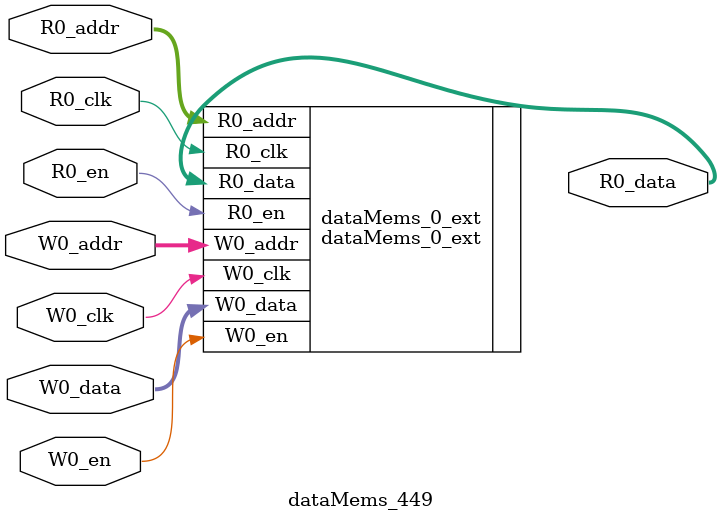
<source format=sv>
`ifndef RANDOMIZE
  `ifdef RANDOMIZE_REG_INIT
    `define RANDOMIZE
  `endif // RANDOMIZE_REG_INIT
`endif // not def RANDOMIZE
`ifndef RANDOMIZE
  `ifdef RANDOMIZE_MEM_INIT
    `define RANDOMIZE
  `endif // RANDOMIZE_MEM_INIT
`endif // not def RANDOMIZE

`ifndef RANDOM
  `define RANDOM $random
`endif // not def RANDOM

// Users can define 'PRINTF_COND' to add an extra gate to prints.
`ifndef PRINTF_COND_
  `ifdef PRINTF_COND
    `define PRINTF_COND_ (`PRINTF_COND)
  `else  // PRINTF_COND
    `define PRINTF_COND_ 1
  `endif // PRINTF_COND
`endif // not def PRINTF_COND_

// Users can define 'ASSERT_VERBOSE_COND' to add an extra gate to assert error printing.
`ifndef ASSERT_VERBOSE_COND_
  `ifdef ASSERT_VERBOSE_COND
    `define ASSERT_VERBOSE_COND_ (`ASSERT_VERBOSE_COND)
  `else  // ASSERT_VERBOSE_COND
    `define ASSERT_VERBOSE_COND_ 1
  `endif // ASSERT_VERBOSE_COND
`endif // not def ASSERT_VERBOSE_COND_

// Users can define 'STOP_COND' to add an extra gate to stop conditions.
`ifndef STOP_COND_
  `ifdef STOP_COND
    `define STOP_COND_ (`STOP_COND)
  `else  // STOP_COND
    `define STOP_COND_ 1
  `endif // STOP_COND
`endif // not def STOP_COND_

// Users can define INIT_RANDOM as general code that gets injected into the
// initializer block for modules with registers.
`ifndef INIT_RANDOM
  `define INIT_RANDOM
`endif // not def INIT_RANDOM

// If using random initialization, you can also define RANDOMIZE_DELAY to
// customize the delay used, otherwise 0.002 is used.
`ifndef RANDOMIZE_DELAY
  `define RANDOMIZE_DELAY 0.002
`endif // not def RANDOMIZE_DELAY

// Define INIT_RANDOM_PROLOG_ for use in our modules below.
`ifndef INIT_RANDOM_PROLOG_
  `ifdef RANDOMIZE
    `ifdef VERILATOR
      `define INIT_RANDOM_PROLOG_ `INIT_RANDOM
    `else  // VERILATOR
      `define INIT_RANDOM_PROLOG_ `INIT_RANDOM #`RANDOMIZE_DELAY begin end
    `endif // VERILATOR
  `else  // RANDOMIZE
    `define INIT_RANDOM_PROLOG_
  `endif // RANDOMIZE
`endif // not def INIT_RANDOM_PROLOG_

// Include register initializers in init blocks unless synthesis is set
`ifndef SYNTHESIS
  `ifndef ENABLE_INITIAL_REG_
    `define ENABLE_INITIAL_REG_
  `endif // not def ENABLE_INITIAL_REG_
`endif // not def SYNTHESIS

// Include rmemory initializers in init blocks unless synthesis is set
`ifndef SYNTHESIS
  `ifndef ENABLE_INITIAL_MEM_
    `define ENABLE_INITIAL_MEM_
  `endif // not def ENABLE_INITIAL_MEM_
`endif // not def SYNTHESIS

module dataMems_449(	// @[generators/ara/src/main/scala/UnsafeAXI4ToTL.scala:365:62]
  input  [4:0]  R0_addr,
  input         R0_en,
  input         R0_clk,
  output [66:0] R0_data,
  input  [4:0]  W0_addr,
  input         W0_en,
  input         W0_clk,
  input  [66:0] W0_data
);

  dataMems_0_ext dataMems_0_ext (	// @[generators/ara/src/main/scala/UnsafeAXI4ToTL.scala:365:62]
    .R0_addr (R0_addr),
    .R0_en   (R0_en),
    .R0_clk  (R0_clk),
    .R0_data (R0_data),
    .W0_addr (W0_addr),
    .W0_en   (W0_en),
    .W0_clk  (W0_clk),
    .W0_data (W0_data)
  );
endmodule


</source>
